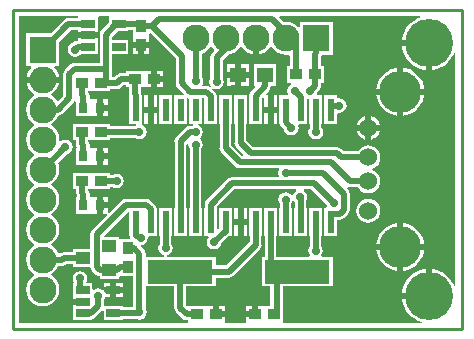
<source format=gtl>
%FSLAX25Y25*%
%MOIN*%
G70*
G01*
G75*
G04 Layer_Physical_Order=1*
G04 Layer_Color=255*
%ADD10R,0.04000X0.03500*%
%ADD11R,0.03150X0.03543*%
%ADD12R,0.04600X0.04000*%
%ADD13R,0.21654X0.07874*%
%ADD14R,0.03500X0.04000*%
%ADD15R,0.02362X0.07480*%
%ADD16R,0.04500X0.02700*%
%ADD17R,0.05500X0.05100*%
%ADD18C,0.02000*%
%ADD19C,0.01890*%
%ADD20C,0.01000*%
%ADD21C,0.06000*%
%ADD22C,0.14000*%
%ADD23R,0.09000X0.09000*%
%ADD24C,0.09000*%
%ADD25R,0.09000X0.09000*%
%ADD26C,0.16000*%
%ADD27C,0.02800*%
G36*
X235964Y204005D02*
X235139Y203755D01*
X233576Y202919D01*
X232205Y201795D01*
X231081Y200424D01*
X230245Y198861D01*
X229730Y197164D01*
X229655Y196400D01*
X238601D01*
Y195401D01*
X239600D01*
Y186455D01*
X240364Y186530D01*
X242061Y187045D01*
X243624Y187881D01*
X244995Y189005D01*
X246119Y190376D01*
X246955Y191939D01*
X247005Y192105D01*
X247500Y192032D01*
Y114568D01*
X247005Y114495D01*
X246955Y114661D01*
X246119Y116224D01*
X244995Y117595D01*
X243624Y118719D01*
X242061Y119555D01*
X240364Y120070D01*
X239600Y120145D01*
Y111199D01*
X238601D01*
Y110200D01*
X229655D01*
X229730Y109436D01*
X230245Y107739D01*
X231081Y106176D01*
X232205Y104805D01*
X233576Y103681D01*
X235139Y102845D01*
X236294Y102495D01*
X236221Y102000D01*
X189956D01*
Y102000D01*
Y102350D01*
X189956Y102354D01*
X189956Y102354D01*
X189956D01*
Y107850D01*
X189939D01*
Y114363D01*
X206615D01*
Y124237D01*
X202938D01*
X202703Y124678D01*
X203161Y125364D01*
X203347Y126300D01*
X203161Y127236D01*
X202883Y127652D01*
Y131159D01*
X203081D01*
Y140639D01*
X198719D01*
Y131159D01*
X198917D01*
Y127652D01*
X198639Y127236D01*
X198453Y126300D01*
X198639Y125364D01*
X199097Y124678D01*
X198862Y124237D01*
X187883D01*
Y131159D01*
X188081D01*
Y140639D01*
X183719D01*
Y131159D01*
X183917D01*
Y124237D01*
X182961D01*
Y114363D01*
X185861D01*
Y107850D01*
X183956D01*
D01*
D01*
X183956Y107850D01*
X183600D01*
Y107850D01*
X181600D01*
Y105099D01*
X180601D01*
Y104100D01*
X177600D01*
Y102354D01*
X177600Y102354D01*
X177600D01*
X177600Y102350D01*
X177250Y102000D01*
X170756D01*
Y102000D01*
Y102350D01*
X170756Y102354D01*
X170756Y102354D01*
X170756D01*
Y104100D01*
X167755D01*
Y105099D01*
X166756D01*
Y107850D01*
X164756D01*
D01*
D01*
X164756Y107850D01*
X164400D01*
Y107850D01*
X158400D01*
X158400Y107850D01*
Y107850D01*
X158212Y107772D01*
X157851Y108133D01*
Y114363D01*
X167639D01*
Y117261D01*
X172000D01*
X172780Y117416D01*
X173442Y117858D01*
X173442Y117858D01*
X173442Y117858D01*
X182342Y126758D01*
X182784Y127420D01*
X182939Y128200D01*
X182883Y128482D01*
Y131159D01*
X183081D01*
Y140639D01*
X178719D01*
Y131159D01*
X178917D01*
Y129101D01*
X171155Y121339D01*
X167639D01*
Y124237D01*
X151409D01*
X151399Y124331D01*
X151399D01*
X151364Y124689D01*
X151364D01*
X151360Y124735D01*
X151836Y124829D01*
X152630Y125360D01*
X153161Y126154D01*
X153347Y127090D01*
X153161Y128027D01*
X152883Y128442D01*
Y131159D01*
X153081D01*
Y140639D01*
X148719D01*
Y131159D01*
X148917D01*
Y128442D01*
X148639Y128027D01*
X148453Y127090D01*
X148639Y126154D01*
X149170Y125360D01*
X149964Y124829D01*
X150440Y124735D01*
X150391Y124237D01*
X144239D01*
Y125300D01*
X144239Y125300D01*
X144084Y126080D01*
X143642Y126742D01*
X142506Y127878D01*
X142600Y128053D01*
X143536Y128239D01*
X144330Y128770D01*
X144861Y129564D01*
X145047Y130500D01*
X144993Y130772D01*
X145310Y131159D01*
X148081D01*
Y140639D01*
X147756D01*
X147732Y140759D01*
X147302Y141402D01*
X145702Y143002D01*
X145059Y143432D01*
X144300Y143583D01*
X138083D01*
X137800Y143639D01*
X137020Y143484D01*
X136358Y143042D01*
X132093Y138777D01*
X131655Y138958D01*
D01*
X131631Y138968D01*
Y140400D01*
X130056D01*
Y138628D01*
X131291D01*
X131301Y138604D01*
D01*
X131483Y138166D01*
X126458Y133142D01*
X126016Y132480D01*
X125861Y131700D01*
Y126700D01*
X120200D01*
Y125739D01*
X116900D01*
X116900Y125739D01*
X116120Y125584D01*
X115753Y125339D01*
X115109D01*
X114804Y126074D01*
X113923Y127223D01*
X112774Y128104D01*
Y128496D01*
X113923Y129377D01*
X114804Y130526D01*
X115358Y131864D01*
X115548Y133300D01*
X115358Y134736D01*
X114804Y136074D01*
X113923Y137223D01*
X112774Y138104D01*
Y138496D01*
X113923Y139377D01*
X114804Y140526D01*
X115358Y141864D01*
X115548Y143300D01*
X115358Y144736D01*
X114804Y146074D01*
X113923Y147223D01*
X112774Y148104D01*
Y148496D01*
X113923Y149377D01*
X114804Y150526D01*
X115358Y151864D01*
X115548Y153300D01*
X115358Y154736D01*
X115054Y155470D01*
X118091Y158507D01*
X118482Y158585D01*
X119276Y159116D01*
X119807Y159910D01*
X119993Y160846D01*
X119807Y161782D01*
X119276Y162576D01*
X118482Y163107D01*
X117546Y163293D01*
X116610Y163107D01*
X115921Y162646D01*
X115496Y162911D01*
X115548Y163300D01*
X115358Y164736D01*
X114804Y166074D01*
X113923Y167223D01*
X112774Y168104D01*
Y168496D01*
X113923Y169377D01*
X114804Y170526D01*
X115118Y171284D01*
X115780Y171416D01*
X116442Y171858D01*
X120242Y175658D01*
X120491Y176031D01*
X120969Y175886D01*
Y171188D01*
X126119D01*
Y171188D01*
X126119D01*
X126119Y171188D01*
X126481D01*
Y171188D01*
X128056D01*
Y173959D01*
Y176732D01*
X126481D01*
D01*
D01*
X126481Y176732D01*
X126119D01*
Y176732D01*
X125583D01*
Y177800D01*
X125428Y178580D01*
X125139Y179013D01*
Y179350D01*
X126100D01*
Y179350D01*
X126100D01*
X126100Y179350D01*
X126456D01*
Y179350D01*
X132456D01*
Y180061D01*
X134700D01*
X135480Y180216D01*
X136142Y180658D01*
X136945Y181461D01*
X137844D01*
Y180750D01*
X138805D01*
Y178356D01*
X138861Y178075D01*
X138861D01*
X138719Y178041D01*
X138719D01*
Y168561D01*
X141148D01*
X141211Y168246D01*
X140894Y167859D01*
X132456D01*
Y168570D01*
X126456D01*
D01*
D01*
X126456Y168570D01*
X126100D01*
Y168570D01*
X120100D01*
Y163070D01*
X121061D01*
Y161944D01*
X121216Y161164D01*
X121397Y160893D01*
X121162Y160452D01*
X120969D01*
Y154908D01*
X126119D01*
Y154908D01*
X126119D01*
X126119Y154908D01*
X126481D01*
Y154908D01*
X128056D01*
Y157679D01*
Y160452D01*
X126481D01*
D01*
D01*
X126481Y160452D01*
X126119D01*
Y160452D01*
X125583D01*
Y161500D01*
X125428Y162280D01*
X125139Y162713D01*
Y163070D01*
X126100D01*
Y163070D01*
X126100D01*
X126100Y163070D01*
X126456D01*
Y163070D01*
X132456D01*
Y163781D01*
X140912D01*
X141244Y163559D01*
X142180Y163373D01*
X143116Y163559D01*
X143910Y164090D01*
X144441Y164884D01*
X144627Y165820D01*
X144441Y166756D01*
X143910Y167550D01*
X143116Y168081D01*
X143081Y168088D01*
Y168561D01*
X143081D01*
Y178041D01*
X142939D01*
Y178300D01*
X142939Y178300D01*
X142939Y178300D01*
Y178300D01*
X142939D01*
X142939Y178300D01*
X142883Y178580D01*
Y180750D01*
X143844D01*
Y180750D01*
X143844D01*
X143844Y180750D01*
X144200D01*
Y180750D01*
X146200D01*
Y183499D01*
Y186250D01*
X144200D01*
D01*
D01*
X144200Y186250D01*
X143844D01*
Y186250D01*
X137844D01*
Y185539D01*
X136100D01*
X135320Y185384D01*
X134658Y184942D01*
X133855Y184139D01*
X133039D01*
Y186900D01*
Y191850D01*
X138550D01*
Y196550D01*
X133039D01*
Y197455D01*
X135034Y199450D01*
X138550D01*
Y199761D01*
X139950D01*
Y198156D01*
X139950Y198156D01*
X139950Y197800D01*
X139950D01*
Y195800D01*
X145450D01*
Y197800D01*
D01*
Y197800D01*
X145450Y197800D01*
Y198156D01*
X145450D01*
Y198613D01*
X145912Y198804D01*
X154261Y190455D01*
Y182000D01*
X154416Y181220D01*
X154858Y180558D01*
X155098Y180398D01*
X156993Y178503D01*
X156801Y178041D01*
X153719D01*
Y168561D01*
X158081D01*
Y177026D01*
X158267Y177178D01*
X158719Y176964D01*
Y168561D01*
X159926D01*
X159961Y168210D01*
X159625Y167839D01*
X158945D01*
X158164Y167684D01*
X157899Y167507D01*
X157503Y167242D01*
X157503Y167242D01*
X154458Y164197D01*
X154016Y163536D01*
X153861Y162755D01*
X153917Y162473D01*
Y140639D01*
X153719D01*
Y131159D01*
X158081D01*
Y140639D01*
X157883D01*
Y161623D01*
X158312Y161880D01*
X158490Y161785D01*
X158453Y161600D01*
X158639Y160664D01*
X158917Y160248D01*
Y140639D01*
X158719D01*
Y131159D01*
X163081D01*
Y140639D01*
X162883D01*
Y160248D01*
X163161Y160664D01*
X163347Y161600D01*
X163161Y162536D01*
X162630Y163330D01*
X162451Y163450D01*
Y163950D01*
X162630Y164070D01*
X163161Y164864D01*
X163347Y165800D01*
X163161Y166736D01*
X162630Y167530D01*
X161836Y168061D01*
X161825Y168063D01*
X161874Y168561D01*
X163081D01*
Y177217D01*
X163579D01*
X163719Y177077D01*
Y168561D01*
X168081D01*
Y178041D01*
X167815D01*
X167732Y178459D01*
X167302Y179102D01*
X166361Y180044D01*
X166678Y180430D01*
X166964Y180239D01*
X167900Y180053D01*
X168836Y180239D01*
X169630Y180770D01*
X170161Y181564D01*
X170347Y182500D01*
X170161Y183436D01*
X169939Y183768D01*
Y189855D01*
X171602Y191519D01*
X172536Y191642D01*
X173874Y192196D01*
X175023Y193077D01*
X175850Y194156D01*
X176350D01*
X177177Y193077D01*
X178326Y192196D01*
X179664Y191642D01*
X180100Y191584D01*
Y197001D01*
X182100D01*
Y191584D01*
X182536Y191642D01*
X183874Y192196D01*
X185023Y193077D01*
X185850Y194156D01*
X186350D01*
X187177Y193077D01*
X188326Y192196D01*
X189664Y191642D01*
X191100Y191453D01*
X192029Y191575D01*
X192405Y191245D01*
Y187750D01*
X191444D01*
Y182250D01*
X192866D01*
X192964Y181761D01*
X192170Y181230D01*
X191639Y180436D01*
X191453Y179500D01*
X191639Y178564D01*
X191694Y178482D01*
X191458Y178041D01*
X188719D01*
Y168561D01*
X189004D01*
X189068Y168241D01*
X189498Y167598D01*
X190442Y166654D01*
X190539Y166164D01*
X191070Y165370D01*
X191864Y164839D01*
X192800Y164653D01*
X193736Y164839D01*
X194530Y165370D01*
X195061Y166164D01*
X195247Y167100D01*
X195061Y168036D01*
X195005Y168120D01*
X195241Y168561D01*
X198081D01*
Y176962D01*
X198267Y177114D01*
X198719Y176900D01*
Y168561D01*
X198917D01*
Y167103D01*
X198739Y166836D01*
X198553Y165900D01*
X198739Y164964D01*
X199270Y164170D01*
X200064Y163639D01*
X201000Y163453D01*
X201936Y163639D01*
X202730Y164170D01*
X203261Y164964D01*
X203447Y165900D01*
X203261Y166836D01*
X202883Y167402D01*
Y168561D01*
X203081D01*
Y178041D01*
X201475D01*
X201239Y178482D01*
X201361Y178664D01*
X201439Y179055D01*
X202242Y179858D01*
X202684Y180520D01*
X202839Y181300D01*
X202839Y181300D01*
X202839Y181300D01*
Y181300D01*
Y182250D01*
X203800D01*
Y187750D01*
X202839D01*
Y191103D01*
X202984Y191320D01*
X203020Y191500D01*
X206600D01*
Y202500D01*
X195600D01*
Y200948D01*
X195126Y200787D01*
X195023Y200923D01*
X193874Y201804D01*
X192536Y202358D01*
X191100Y202548D01*
X190425Y202459D01*
X188846Y204038D01*
X189037Y204500D01*
X235891D01*
X235964Y204005D01*
D02*
G37*
G36*
X138719Y138982D02*
Y131159D01*
X138917D01*
X138917Y131159D01*
D01*
X138917Y131158D01*
Y131100D01*
X138918Y131095D01*
X138920Y130994D01*
X138920Y130994D01*
X138920D01*
X139003Y130670D01*
X139019Y130587D01*
X138702Y130200D01*
X135650D01*
D01*
X135650D01*
X135500Y130350D01*
Y130700D01*
X130437D01*
X130246Y131162D01*
X138257Y139173D01*
X138719Y138982D01*
D02*
G37*
G36*
X167177Y193077D02*
X167191Y192875D01*
X166458Y192142D01*
X166016Y191480D01*
X165861Y190700D01*
Y183768D01*
X165639Y183436D01*
X165453Y182500D01*
X165639Y181564D01*
X165956Y181089D01*
X165603Y180735D01*
X165159Y181032D01*
X164400Y181183D01*
X163370D01*
X163134Y181624D01*
X163361Y181964D01*
X163547Y182900D01*
X163361Y183836D01*
X163139Y184168D01*
Y191892D01*
X163874Y192196D01*
X165023Y193077D01*
X165850Y194156D01*
X166350D01*
X167177Y193077D01*
D02*
G37*
G36*
X132050Y204150D02*
X132050D01*
Y202234D01*
X129558Y199742D01*
X129116Y199080D01*
X128961Y198300D01*
Y188939D01*
X120600D01*
X119820Y188784D01*
X119555Y188607D01*
X119158Y188342D01*
X119158Y188342D01*
X117358Y186542D01*
X116916Y185880D01*
X116761Y185100D01*
Y177945D01*
X115110Y176293D01*
X114611Y176326D01*
X113923Y177223D01*
X112774Y178104D01*
Y178496D01*
X113923Y179377D01*
X114804Y180526D01*
X115358Y181864D01*
X115416Y182300D01*
X104584D01*
X104642Y181864D01*
X105196Y180526D01*
X106077Y179377D01*
X107156Y178550D01*
Y178050D01*
X106077Y177223D01*
X105196Y176074D01*
X104642Y174736D01*
X104453Y173300D01*
X104642Y171864D01*
X105196Y170526D01*
X106077Y169377D01*
X107156Y168550D01*
Y168050D01*
X106077Y167223D01*
X105196Y166074D01*
X104642Y164736D01*
X104453Y163300D01*
X104642Y161864D01*
X105196Y160526D01*
X106077Y159377D01*
X107156Y158550D01*
Y158050D01*
X106077Y157223D01*
X105196Y156074D01*
X104642Y154736D01*
X104453Y153300D01*
X104642Y151864D01*
X105196Y150526D01*
X106077Y149377D01*
X107156Y148550D01*
Y148050D01*
X106077Y147223D01*
X105196Y146074D01*
X104642Y144736D01*
X104453Y143300D01*
X104642Y141864D01*
X105196Y140526D01*
X106077Y139377D01*
X107156Y138550D01*
Y138050D01*
X106077Y137223D01*
X105196Y136074D01*
X104642Y134736D01*
X104453Y133300D01*
X104642Y131864D01*
X105196Y130526D01*
X106077Y129377D01*
X107156Y128550D01*
Y128050D01*
X106077Y127223D01*
X105196Y126074D01*
X104642Y124736D01*
X104453Y123300D01*
X104642Y121864D01*
X105196Y120526D01*
X106077Y119377D01*
X107156Y118550D01*
Y118050D01*
X106077Y117223D01*
X105196Y116074D01*
X104642Y114736D01*
X104453Y113300D01*
X104642Y111864D01*
X105196Y110526D01*
X106077Y109377D01*
X107226Y108496D01*
X108564Y107942D01*
X110000Y107753D01*
X111436Y107942D01*
X112774Y108496D01*
X113923Y109377D01*
X114804Y110526D01*
X115358Y111864D01*
X115548Y113300D01*
X115358Y114736D01*
X114804Y116074D01*
X113923Y117223D01*
X112774Y118104D01*
Y118496D01*
X113923Y119377D01*
X114804Y120526D01*
X115109Y121261D01*
X116500D01*
X117280Y121416D01*
X117647Y121661D01*
X120200D01*
Y120700D01*
X125881D01*
X126016Y120020D01*
X126458Y119358D01*
X127558Y118258D01*
X127558Y118258D01*
X127955Y117993D01*
X128220Y117816D01*
X128900Y117681D01*
Y116700D01*
X135500D01*
Y117563D01*
X135650Y117844D01*
D01*
Y117844D01*
X140161D01*
Y107539D01*
X136750D01*
Y107850D01*
X130480D01*
X130439Y107900D01*
Y110032D01*
X130661Y110364D01*
X130738Y110750D01*
X132500D01*
Y112100D01*
X130688D01*
X130661Y112236D01*
X130250Y112852D01*
Y113481D01*
X129809Y113245D01*
X129336Y113561D01*
X128400Y113747D01*
X127464Y113561D01*
X126991Y113245D01*
X126550Y113481D01*
Y115450D01*
X124781D01*
X124545Y115891D01*
X124661Y116064D01*
X124847Y117000D01*
X124661Y117936D01*
X124130Y118730D01*
X123336Y119261D01*
X122400Y119447D01*
X121464Y119261D01*
X120670Y118730D01*
X120139Y117936D01*
X119953Y117000D01*
X120139Y116064D01*
X120361Y115732D01*
Y115732D01*
X120050Y115450D01*
X120050D01*
Y110750D01*
Y110300D01*
X123301D01*
Y108300D01*
X120050D01*
Y106950D01*
Y103150D01*
X126550D01*
Y103570D01*
X126780Y103616D01*
X127442Y104058D01*
X129788Y106404D01*
X130142Y106258D01*
X130250Y106185D01*
Y103150D01*
X136750D01*
Y103461D01*
X141159D01*
X141264Y103391D01*
X142200Y103205D01*
X143136Y103391D01*
X143930Y103921D01*
X144461Y104715D01*
X144647Y105652D01*
X144461Y106588D01*
X144239Y106920D01*
Y114363D01*
X153773D01*
Y107288D01*
X153773Y107288D01*
X153773D01*
X153928Y106508D01*
X154370Y105846D01*
X156558Y103658D01*
X157220Y103216D01*
X158000Y103061D01*
X158400D01*
Y102350D01*
D01*
Y102350D01*
X158050Y102000D01*
X102000D01*
Y204500D01*
X121850D01*
Y204150D01*
X121850D01*
X121850Y203839D01*
X118500D01*
X118500Y203839D01*
X117720Y203684D01*
X117058Y203242D01*
X117058Y203242D01*
X112616Y198800D01*
X104500D01*
Y187800D01*
X106052D01*
X106213Y187327D01*
X106077Y187223D01*
X105196Y186074D01*
X104642Y184736D01*
X104584Y184300D01*
X115416D01*
X115358Y184736D01*
X114804Y186074D01*
X113923Y187223D01*
X113787Y187327D01*
X113948Y187800D01*
X115500D01*
Y195916D01*
X119345Y199761D01*
X121850D01*
Y199450D01*
Y199000D01*
X128350D01*
Y199450D01*
Y204150D01*
D01*
Y204150D01*
X128700Y204500D01*
X132050D01*
Y204150D01*
D02*
G37*
%LPC*%
G36*
X131631Y144172D02*
X130056D01*
Y142400D01*
X131631D01*
Y144172D01*
D02*
G37*
G36*
X126144Y152290D02*
Y152290D01*
X120144D01*
Y146790D01*
X121105D01*
Y145600D01*
X121260Y144820D01*
X121399Y144613D01*
X121163Y144172D01*
X120969D01*
Y138628D01*
X126119D01*
Y138628D01*
X126119D01*
X126119Y138628D01*
X126481D01*
Y138628D01*
X128056D01*
Y141399D01*
Y144172D01*
X126481D01*
D01*
D01*
X126481Y144172D01*
X126119D01*
Y144172D01*
X125583D01*
Y145200D01*
X125583Y145200D01*
X125428Y145980D01*
X125183Y146347D01*
Y146790D01*
X126144D01*
Y146790D01*
X126144D01*
X126144Y146790D01*
X126500D01*
Y146790D01*
X132500D01*
Y147461D01*
X133332D01*
X133664Y147239D01*
X134600Y147053D01*
X135536Y147239D01*
X136330Y147770D01*
X136861Y148564D01*
X137047Y149500D01*
X136861Y150436D01*
X136330Y151230D01*
X135536Y151761D01*
X134600Y151947D01*
X133664Y151761D01*
X133332Y151539D01*
X132500D01*
Y152290D01*
X126500D01*
D01*
D01*
X126500Y152290D01*
X126144D01*
D02*
G37*
G36*
X174900Y140639D02*
X173719D01*
Y136899D01*
X174900D01*
Y140639D01*
D02*
G37*
G36*
X178081D02*
X176900D01*
Y136899D01*
X178081D01*
Y140639D01*
D02*
G37*
G36*
X131631Y156680D02*
X130056D01*
Y154908D01*
X131631D01*
Y156680D01*
D02*
G37*
G36*
X222403Y166159D02*
X219500D01*
Y163256D01*
X219544Y163262D01*
X220517Y163665D01*
X221353Y164306D01*
X221994Y165142D01*
X222397Y166115D01*
X222403Y166159D01*
D02*
G37*
G36*
X217500Y171062D02*
X217456Y171056D01*
X216483Y170653D01*
X215647Y170012D01*
X215006Y169176D01*
X214603Y168203D01*
X214597Y168159D01*
X217500D01*
Y171062D01*
D02*
G37*
G36*
X219500D02*
Y168159D01*
X222403D01*
X222397Y168203D01*
X221994Y169176D01*
X221353Y170012D01*
X220517Y170653D01*
X219544Y171056D01*
X219500Y171062D01*
D02*
G37*
G36*
X178081Y178041D02*
X173719D01*
Y168561D01*
X173917D01*
Y162382D01*
X173861Y162100D01*
X174016Y161320D01*
X174458Y160658D01*
X176895Y158221D01*
X176823Y158049D01*
X176333Y157951D01*
X172883Y161401D01*
Y168561D01*
X173081D01*
Y178041D01*
X168719D01*
Y168561D01*
X168917D01*
Y160783D01*
X168861Y160500D01*
X169016Y159720D01*
X169458Y159058D01*
X174238Y154279D01*
X174238Y154279D01*
X174899Y153836D01*
X174899Y153836D01*
X174899Y153836D01*
D01*
X174899Y153836D01*
X174899Y153836D01*
X175680Y153681D01*
X175680Y153681D01*
X188640D01*
X188875Y153240D01*
X188739Y153036D01*
X188553Y152100D01*
X188739Y151164D01*
X188512Y150739D01*
X173000D01*
X172220Y150584D01*
X171558Y150142D01*
X171398Y149902D01*
X164498Y143002D01*
X164068Y142359D01*
X163917Y141600D01*
Y140639D01*
X163719D01*
Y131159D01*
X165059D01*
X165295Y130718D01*
X164839Y130036D01*
X164653Y129100D01*
X164839Y128164D01*
X165370Y127370D01*
X166164Y126839D01*
X167100Y126653D01*
X168036Y126839D01*
X168830Y127370D01*
X169361Y128164D01*
X169458Y128654D01*
X171963Y131159D01*
X173081D01*
Y140639D01*
X168719D01*
Y133724D01*
X168303Y133447D01*
X168081Y133539D01*
Y140639D01*
X168081D01*
X168081Y140977D01*
X173765Y146661D01*
X194351D01*
X194497Y146182D01*
X193970Y145830D01*
X193439Y145036D01*
X193380Y144739D01*
X192890Y144642D01*
X192630Y145030D01*
X191836Y145561D01*
X190900Y145747D01*
X189964Y145561D01*
X189170Y145030D01*
X188639Y144236D01*
X188453Y143300D01*
X188639Y142364D01*
X188917Y141948D01*
Y140639D01*
X188719D01*
Y131159D01*
X193081D01*
Y140639D01*
X192883D01*
Y141948D01*
X193161Y142364D01*
X193220Y142660D01*
X193530Y142722D01*
X193917Y142405D01*
Y140639D01*
X193719D01*
Y131159D01*
X198081D01*
Y140639D01*
X197883D01*
Y143047D01*
X197961Y143164D01*
X198147Y144100D01*
X197961Y145036D01*
X197430Y145830D01*
X196903Y146182D01*
X197049Y146661D01*
X199455D01*
X204615Y141501D01*
X204693Y141110D01*
X204713Y141080D01*
X204477Y140639D01*
X203719D01*
Y131159D01*
X208081D01*
Y136517D01*
X209000D01*
X209759Y136668D01*
X210402Y137098D01*
X211702Y138398D01*
X212132Y139041D01*
X212283Y139800D01*
Y145018D01*
X212339Y145300D01*
X212184Y146080D01*
X211742Y146742D01*
X211372Y147111D01*
X211608Y147553D01*
X212357Y147403D01*
X215023D01*
X215647Y146590D01*
X216483Y145949D01*
X217456Y145546D01*
X218500Y145408D01*
X219544Y145546D01*
X220517Y145949D01*
X221353Y146590D01*
X221994Y147425D01*
X222397Y148398D01*
X222534Y149443D01*
X222397Y150487D01*
X221994Y151460D01*
X221353Y152295D01*
X220517Y152937D01*
X219544Y153340D01*
X220517Y153823D01*
X220517D01*
D01*
D01*
D01*
X220517Y153823D01*
X221353Y154464D01*
X221994Y155299D01*
X222397Y156272D01*
X222534Y157317D01*
X222397Y158361D01*
X221994Y159334D01*
X221353Y160169D01*
X220517Y160811D01*
X219544Y161214D01*
X218500Y161351D01*
X217456Y161214D01*
X216483Y160811D01*
X215647Y160169D01*
X215023Y159356D01*
X210328D01*
X209522Y160162D01*
X208860Y160604D01*
X208080Y160760D01*
X180124D01*
X177883Y163001D01*
Y168561D01*
X178081D01*
Y178041D01*
D02*
G37*
G36*
X131631Y160452D02*
X130056D01*
Y158680D01*
X131631D01*
Y160452D01*
D02*
G37*
G36*
X217500Y166159D02*
X214597D01*
X214603Y166115D01*
X215006Y165142D01*
X215647Y164306D01*
X216483Y163665D01*
X217456Y163262D01*
X217500Y163256D01*
Y166159D01*
D02*
G37*
G36*
X218500Y143634D02*
X217456Y143497D01*
X216483Y143094D01*
X215647Y142453D01*
X215006Y141617D01*
X214603Y140644D01*
X214465Y139600D01*
X214603Y138556D01*
X215006Y137583D01*
X215647Y136747D01*
X216483Y136106D01*
X217456Y135703D01*
X218500Y135565D01*
X219544Y135703D01*
X220517Y136106D01*
X221353Y136747D01*
X221994Y137583D01*
X222397Y138556D01*
X222534Y139600D01*
X222397Y140644D01*
X221994Y141617D01*
X221353Y142453D01*
X220517Y143094D01*
X219544Y143497D01*
X218500Y143634D01*
D02*
G37*
G36*
X237600Y120145D02*
X236836Y120070D01*
X235139Y119555D01*
X233576Y118719D01*
X232205Y117595D01*
X231081Y116224D01*
X230245Y114661D01*
X229730Y112964D01*
X229655Y112200D01*
X237600D01*
Y120145D01*
D02*
G37*
G36*
X132500Y115450D02*
X130250D01*
Y114100D01*
X132500D01*
Y115450D01*
D02*
G37*
G36*
X136750D02*
X134500D01*
Y114100D01*
X136750D01*
Y115450D01*
D02*
G37*
G36*
X170756Y107850D02*
X168756D01*
Y106100D01*
X170756D01*
Y107850D01*
D02*
G37*
G36*
X179600D02*
X177600D01*
Y106100D01*
X179600D01*
Y107850D01*
D02*
G37*
G36*
X136750Y112100D02*
X134500D01*
Y110750D01*
X136750D01*
Y112100D01*
D02*
G37*
G36*
X230169Y135454D02*
Y128513D01*
X237110D01*
X237054Y129082D01*
X236596Y130590D01*
X235853Y131980D01*
X234854Y133198D01*
X233635Y134197D01*
X232246Y134940D01*
X230738Y135398D01*
X230169Y135454D01*
D02*
G37*
G36*
X174900Y134899D02*
X173719D01*
Y131159D01*
X174900D01*
Y134899D01*
D02*
G37*
G36*
X178081D02*
X176900D01*
Y131159D01*
X178081D01*
Y134899D01*
D02*
G37*
G36*
X228169Y126513D02*
X221229D01*
X221285Y125945D01*
X221743Y124437D01*
X222485Y123047D01*
X223485Y121829D01*
X224703Y120829D01*
X226093Y120087D01*
X227601Y119629D01*
X228169Y119573D01*
Y126513D01*
D02*
G37*
G36*
X237110D02*
X230169D01*
Y119573D01*
X230738Y119629D01*
X232246Y120087D01*
X233635Y120829D01*
X234854Y121829D01*
X235853Y123047D01*
X236596Y124437D01*
X237054Y125945D01*
X237110Y126513D01*
D02*
G37*
G36*
X228169Y135454D02*
X227601Y135398D01*
X226093Y134940D01*
X224703Y134197D01*
X223485Y133198D01*
X222485Y131980D01*
X221743Y130590D01*
X221285Y129082D01*
X221229Y128513D01*
X228169D01*
Y135454D01*
D02*
G37*
G36*
X150200Y182500D02*
X148200D01*
Y180750D01*
X150200D01*
Y182500D01*
D02*
G37*
G36*
X174000Y183800D02*
X171250D01*
Y181250D01*
X174000D01*
Y183800D01*
D02*
G37*
G36*
X178750D02*
X176000D01*
Y181250D01*
X178750D01*
Y183800D01*
D02*
G37*
G36*
X131631Y176732D02*
X130056D01*
Y174960D01*
X131631D01*
Y176732D01*
D02*
G37*
G36*
X228169Y187186D02*
X227601Y187130D01*
X226093Y186672D01*
X224703Y185930D01*
X223485Y184930D01*
X222485Y183712D01*
X221743Y182322D01*
X221285Y180814D01*
X221229Y180246D01*
X228169D01*
Y187186D01*
D02*
G37*
G36*
X230169D02*
Y180246D01*
X237110D01*
X237054Y180814D01*
X236596Y182322D01*
X235853Y183712D01*
X234854Y184930D01*
X233635Y185930D01*
X232246Y186672D01*
X230738Y187130D01*
X230169Y187186D01*
D02*
G37*
G36*
X150200Y186250D02*
X148200D01*
Y184500D01*
X150200D01*
Y186250D01*
D02*
G37*
G36*
X128350Y197000D02*
X121850D01*
Y196550D01*
Y196239D01*
X121650D01*
X120870Y196084D01*
X120208Y195642D01*
X120205Y195639D01*
X119814Y195561D01*
X119020Y195030D01*
X118489Y194236D01*
X118303Y193300D01*
X118489Y192364D01*
X119020Y191570D01*
X119814Y191039D01*
X120750Y190853D01*
X121686Y191039D01*
X122480Y191570D01*
X122668Y191850D01*
X128350D01*
Y195650D01*
Y197000D01*
D02*
G37*
G36*
X141700Y193800D02*
X139950D01*
Y191800D01*
X141700D01*
Y193800D01*
D02*
G37*
G36*
X145450D02*
X143700D01*
Y191800D01*
X145450D01*
Y193800D01*
D02*
G37*
G36*
X174000Y188350D02*
X171250D01*
Y185800D01*
X174000D01*
Y188350D01*
D02*
G37*
G36*
X178750D02*
X176000D01*
Y185800D01*
X178750D01*
Y188350D01*
D02*
G37*
G36*
X237600Y194400D02*
X229655D01*
X229730Y193636D01*
X230245Y191939D01*
X231081Y190376D01*
X232205Y189005D01*
X233576Y187881D01*
X235139Y187045D01*
X236836Y186530D01*
X237600Y186455D01*
Y194400D01*
D02*
G37*
G36*
X184900Y172301D02*
X183719D01*
Y168561D01*
X184900D01*
Y172301D01*
D02*
G37*
G36*
X188081D02*
X186900D01*
Y168561D01*
X188081D01*
Y172301D01*
D02*
G37*
G36*
X131631Y172960D02*
X130056D01*
Y171188D01*
X131631D01*
Y172960D01*
D02*
G37*
G36*
X144900Y172301D02*
X143719D01*
Y168561D01*
X144900D01*
Y172301D01*
D02*
G37*
G36*
X148081D02*
X146900D01*
Y168561D01*
X148081D01*
Y172301D01*
D02*
G37*
G36*
X153081Y178041D02*
X148719D01*
Y168561D01*
X153081D01*
Y178041D01*
D02*
G37*
G36*
X228169Y178246D02*
X221229D01*
X221285Y177677D01*
X221743Y176169D01*
X222485Y174779D01*
X223485Y173561D01*
X224703Y172562D01*
X226093Y171819D01*
X227601Y171361D01*
X228169Y171305D01*
Y178246D01*
D02*
G37*
G36*
X148081Y178041D02*
X146900D01*
Y174301D01*
X148081D01*
Y178041D01*
D02*
G37*
G36*
X187750Y188350D02*
X180250D01*
Y181250D01*
X180713D01*
X180904Y180788D01*
X179458Y179342D01*
X179016Y178680D01*
X178889Y178041D01*
X178719D01*
Y168561D01*
X183081D01*
Y176996D01*
X183497Y177274D01*
X183719Y177182D01*
Y174301D01*
X184900D01*
Y178041D01*
X184578D01*
X184387Y178503D01*
X185442Y179558D01*
X185884Y180220D01*
X186039Y181000D01*
X186039Y181000D01*
X186039Y181000D01*
Y181000D01*
Y181250D01*
X187750D01*
Y188350D01*
D02*
G37*
G36*
X188081Y178041D02*
X186900D01*
Y174301D01*
X188081D01*
Y178041D01*
D02*
G37*
G36*
X237110Y178246D02*
X230169D01*
Y171305D01*
X230738Y171361D01*
X232246Y171819D01*
X233635Y172562D01*
X234854Y173561D01*
X235853Y174779D01*
X236596Y176169D01*
X237054Y177677D01*
X237110Y178246D01*
D02*
G37*
G36*
X208081Y178041D02*
X203719D01*
Y168561D01*
X208081D01*
Y171902D01*
X208468Y172219D01*
X208800Y172153D01*
X209736Y172339D01*
X210530Y172870D01*
X211061Y173664D01*
X211247Y174600D01*
X211061Y175536D01*
X210530Y176330D01*
X209736Y176861D01*
X208800Y177047D01*
X208468Y176981D01*
X208081Y177298D01*
Y178041D01*
D02*
G37*
G36*
X144900D02*
X143719D01*
Y174301D01*
X144900D01*
Y178041D01*
D02*
G37*
%LPD*%
D10*
X129456Y182100D02*
D03*
X123100D02*
D03*
X129456Y165820D02*
D03*
X123100D02*
D03*
X123144Y149540D02*
D03*
X129500D02*
D03*
X180600Y105100D02*
D03*
X186956D02*
D03*
X161400D02*
D03*
X167756D02*
D03*
X194444Y185000D02*
D03*
X200800D02*
D03*
X147200Y183500D02*
D03*
X140844D02*
D03*
D11*
X123544Y173960D02*
D03*
X129056D02*
D03*
X123544Y157680D02*
D03*
X129056D02*
D03*
X123544Y141400D02*
D03*
X129056D02*
D03*
D12*
X132200Y119700D02*
D03*
Y127700D02*
D03*
X123500Y123700D02*
D03*
D13*
X155812Y119300D02*
D03*
X194788D02*
D03*
D14*
X138400Y120844D02*
D03*
Y127200D02*
D03*
X142700Y194800D02*
D03*
Y201156D02*
D03*
D15*
X140900Y135899D02*
D03*
Y173301D02*
D03*
X145900Y135899D02*
D03*
X150900D02*
D03*
X155900D02*
D03*
X160900D02*
D03*
X165900D02*
D03*
X170900D02*
D03*
Y173301D02*
D03*
X165900D02*
D03*
X160900D02*
D03*
X155900D02*
D03*
X150900D02*
D03*
X145900D02*
D03*
X175900Y135899D02*
D03*
X180900D02*
D03*
X185900D02*
D03*
X190900D02*
D03*
X195900D02*
D03*
X200900D02*
D03*
Y173301D02*
D03*
X195900D02*
D03*
X190900D02*
D03*
X185900D02*
D03*
X180900D02*
D03*
X175900D02*
D03*
X205900Y135899D02*
D03*
Y173301D02*
D03*
D16*
X135300Y194200D02*
D03*
X125100D02*
D03*
X135300Y201800D02*
D03*
X125100Y198000D02*
D03*
Y201800D02*
D03*
X133500Y105500D02*
D03*
X123300D02*
D03*
X133500Y113100D02*
D03*
X123300Y109300D02*
D03*
Y113100D02*
D03*
D17*
X184000Y184800D02*
D03*
X175000D02*
D03*
D18*
X122400Y113500D02*
Y117000D01*
X131000Y198300D02*
X133856Y201156D01*
X131000Y186900D02*
Y198300D01*
X142056Y201800D02*
X142700Y201156D01*
X135300Y201800D02*
X142056D01*
X203500Y152100D02*
X210300Y145300D01*
X191000Y152100D02*
X203500D01*
X191100Y198900D02*
X194444Y195556D01*
X131000Y182100D02*
Y186900D01*
X172000Y119300D02*
X180900Y128200D01*
X155812Y119300D02*
X172000D01*
X120600Y186900D02*
X131000D01*
X118800Y185100D02*
X120600Y186900D01*
X131000Y182100D02*
X134700D01*
X129456D02*
X131000D01*
X118800Y177100D02*
Y185100D01*
X115000Y173300D02*
X118800Y177100D01*
X129540Y149500D02*
X134600D01*
X179280Y158720D02*
X208080D01*
X175900Y162100D02*
X179280Y158720D01*
X209483Y157317D02*
X218500D01*
X208080Y158720D02*
X209483Y157317D01*
X212357Y149443D02*
X218500D01*
X206080Y155720D02*
X212357Y149443D01*
X175680Y155720D02*
X206080D01*
X171100Y193900D02*
Y197000D01*
X167900Y190700D02*
X171100Y193900D01*
X167900Y182500D02*
Y190700D01*
X184000Y181000D02*
Y184800D01*
X180900Y177900D02*
X184000Y181000D01*
X180900Y173301D02*
Y177900D01*
X110000Y173300D02*
X115000D01*
X148788Y203500D02*
X186500D01*
X146444Y201156D02*
X148788Y203500D01*
X191100Y197000D02*
Y198900D01*
X186500Y203500D02*
X191100Y198900D01*
X156300Y182000D02*
Y191300D01*
X146444Y201156D02*
X156300Y191300D01*
X142700Y201156D02*
X146444D01*
X134700Y182100D02*
X136100Y183500D01*
X140844D01*
X187900Y105100D02*
Y119300D01*
X185900D02*
X187900D01*
X194444Y185000D02*
Y195556D01*
X118500Y201800D02*
X125100D01*
X110000Y193300D02*
X118500Y201800D01*
X155900Y162755D02*
X158945Y165800D01*
X160900D01*
X110000Y153300D02*
X117546Y160846D01*
X199100Y179600D02*
X200800Y181300D01*
Y185000D01*
X155812Y107288D02*
Y119300D01*
Y107288D02*
X158000Y105100D01*
X161400D01*
X129456Y165820D02*
X142180D01*
X121650Y194200D02*
X125100D01*
X120750Y193300D02*
X121650Y194200D01*
X133100Y105500D02*
X133500D01*
X195700Y144100D02*
X195900Y143900D01*
X161100Y182900D02*
Y198900D01*
X173000Y148700D02*
X200300D01*
X206954Y142046D01*
X128400Y107900D02*
Y111300D01*
X126000Y105500D02*
X128400Y107900D01*
X123300Y105500D02*
X126000D01*
X129000Y119700D02*
X132200D01*
X127900Y120800D02*
X129000Y119700D01*
X127900Y120800D02*
Y131700D01*
X137800Y141600D01*
X133500Y105500D02*
X142048D01*
X142200Y105652D01*
Y125300D01*
X140300Y127200D02*
X142200Y125300D01*
X138400Y127200D02*
X140300D01*
X170900Y160500D02*
X175680Y155720D01*
X122800Y113100D02*
X123300D01*
X135844Y120844D02*
X138400D01*
X134700Y119700D02*
X135844Y120844D01*
X132200Y119700D02*
X134700D01*
X186956Y105100D02*
X187900D01*
Y119300D02*
X194788D01*
X140844Y178356D02*
Y183500D01*
Y178356D02*
X140900Y178300D01*
Y173301D02*
Y178300D01*
X116900Y123700D02*
X123500D01*
X116500Y123300D02*
X116900Y123700D01*
X110000Y123300D02*
X116500D01*
X201100Y192100D02*
Y198900D01*
X200800Y191800D02*
X201100Y192100D01*
X200800Y185000D02*
Y191800D01*
X123144Y145600D02*
Y149540D01*
Y145600D02*
X123544Y145200D01*
Y141400D02*
Y145200D01*
X123100Y161944D02*
Y165820D01*
Y161944D02*
X123544Y161500D01*
Y157680D02*
Y161500D01*
X123100Y178244D02*
Y182100D01*
Y178244D02*
X123544Y177800D01*
Y173960D02*
Y177800D01*
D19*
X175900Y162100D02*
Y173301D01*
X165900D02*
Y177700D01*
X164400Y179200D02*
X165900Y177700D01*
X159100Y179200D02*
X164400D01*
X205900Y174600D02*
X208800D01*
X185900Y119300D02*
Y135899D01*
X205900Y138500D02*
X209000D01*
X155900Y135899D02*
Y162755D01*
X195900Y173301D02*
Y177500D01*
X193900Y179500D02*
X195900Y177500D01*
X190900Y169000D02*
X192800Y167100D01*
X190900Y169000D02*
Y173301D01*
X200900Y166000D02*
Y173301D01*
X140900Y131100D02*
Y135899D01*
Y131100D02*
X142600Y130500D01*
X210300Y139800D02*
Y145300D01*
X209000Y138500D02*
X210300Y139800D01*
X205900Y135899D02*
Y138500D01*
X195900Y135899D02*
Y143900D01*
X160900Y135899D02*
Y161600D01*
X156300Y182000D02*
X159100Y179200D01*
X205900Y173301D02*
Y174600D01*
X165900Y135899D02*
Y141600D01*
X173000Y148700D01*
X137800Y141600D02*
X144300D01*
X145900Y140000D01*
Y135899D02*
Y140000D01*
X150900Y127090D02*
Y135899D01*
X170900Y160500D02*
Y173301D01*
X180900Y128200D02*
Y135899D01*
X170900Y132900D02*
Y135899D01*
X167100Y129100D02*
X170900Y132900D01*
X200900Y126300D02*
Y135899D01*
X190900D02*
Y143300D01*
D20*
X100000Y100000D02*
X249600D01*
Y206600D01*
X100000D02*
X249600D01*
X100000Y100000D02*
Y206600D01*
D21*
X218500Y149443D02*
D03*
Y157317D02*
D03*
Y167159D02*
D03*
Y139600D02*
D03*
D22*
X229169Y127513D02*
D03*
Y179246D02*
D03*
D23*
X201100Y197000D02*
D03*
D24*
X191100D02*
D03*
X181100D02*
D03*
X171100D02*
D03*
X161100D02*
D03*
X110000Y133300D02*
D03*
Y143300D02*
D03*
Y183300D02*
D03*
Y173300D02*
D03*
Y163300D02*
D03*
Y153300D02*
D03*
Y123300D02*
D03*
Y113300D02*
D03*
D25*
Y193300D02*
D03*
D26*
X238600Y111200D02*
D03*
Y195400D02*
D03*
D27*
X203800Y179700D02*
D03*
X211200Y131700D02*
D03*
X136200Y173500D02*
D03*
X135400Y188100D02*
D03*
X152300Y181600D02*
D03*
X119300Y135400D02*
D03*
X147700Y153000D02*
D03*
X173500Y180000D02*
D03*
X166000Y164200D02*
D03*
X181700Y164800D02*
D03*
X239300Y154900D02*
D03*
X211100Y200900D02*
D03*
X109800Y202000D02*
D03*
X111800Y105000D02*
D03*
X149600Y104200D02*
D03*
X174300Y104300D02*
D03*
X156300Y127200D02*
D03*
X171500Y125900D02*
D03*
X177800Y116100D02*
D03*
X122400Y117000D02*
D03*
X142200Y105652D02*
D03*
X201000Y165900D02*
D03*
X167900Y182500D02*
D03*
X160900Y165800D02*
D03*
X193900Y179500D02*
D03*
X117546Y160846D02*
D03*
X192800Y167100D02*
D03*
X142600Y130500D02*
D03*
X199100Y179600D02*
D03*
X142180Y165820D02*
D03*
X191000Y152100D02*
D03*
X120750Y193300D02*
D03*
X195700Y144100D02*
D03*
X134600Y149500D02*
D03*
X160900Y161600D02*
D03*
X161100Y182900D02*
D03*
X208800Y174600D02*
D03*
X206954Y142046D02*
D03*
X128400Y111300D02*
D03*
X150900Y127090D02*
D03*
X167100Y129100D02*
D03*
X200900Y126300D02*
D03*
X190900Y143300D02*
D03*
M02*

</source>
